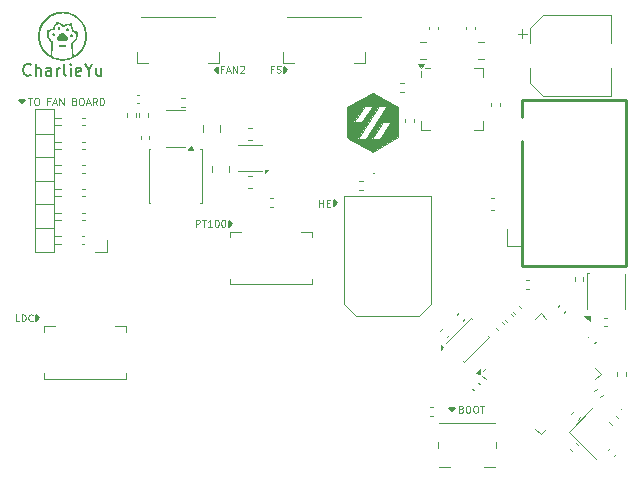
<source format=gbr>
%TF.GenerationSoftware,KiCad,Pcbnew,8.0.3*%
%TF.CreationDate,2024-06-13T13:09:19+08:00*%
%TF.ProjectId,SB-main-board,53422d6d-6169-46e2-9d62-6f6172642e6b,A0*%
%TF.SameCoordinates,Original*%
%TF.FileFunction,Legend,Top*%
%TF.FilePolarity,Positive*%
%FSLAX46Y46*%
G04 Gerber Fmt 4.6, Leading zero omitted, Abs format (unit mm)*
G04 Created by KiCad (PCBNEW 8.0.3) date 2024-06-13 13:09:19*
%MOMM*%
%LPD*%
G01*
G04 APERTURE LIST*
%ADD10C,0.150000*%
%ADD11C,0.100000*%
%ADD12C,0.120000*%
%ADD13C,0.254000*%
%ADD14C,0.020000*%
%ADD15C,0.000000*%
G04 APERTURE END LIST*
D10*
X155164758Y-120941865D02*
X154910758Y-120687865D01*
X155418758Y-120687865D01*
X155164758Y-120941865D01*
G36*
X155164758Y-120941865D02*
G01*
X154910758Y-120687865D01*
X155418758Y-120687865D01*
X155164758Y-120941865D01*
G37*
X136538900Y-105071865D02*
X136284900Y-105325865D01*
X136284900Y-104817865D01*
X136538900Y-105071865D01*
G36*
X136538900Y-105071865D02*
G01*
X136284900Y-105325865D01*
X136284900Y-104817865D01*
X136538900Y-105071865D01*
G37*
X141176900Y-92026865D02*
X140922900Y-92280865D01*
X140922900Y-91772865D01*
X141176900Y-92026865D01*
G36*
X141176900Y-92026865D02*
G01*
X140922900Y-92280865D01*
X140922900Y-91772865D01*
X141176900Y-92026865D01*
G37*
X120228900Y-113076865D02*
X119974900Y-113330865D01*
X119974900Y-112822865D01*
X120228900Y-113076865D01*
G36*
X120228900Y-113076865D02*
G01*
X119974900Y-113330865D01*
X119974900Y-112822865D01*
X120228900Y-113076865D01*
G37*
X135346900Y-92280865D02*
X135092900Y-92026865D01*
X135346900Y-91772865D01*
X135346900Y-92280865D01*
G36*
X135346900Y-92280865D02*
G01*
X135092900Y-92026865D01*
X135346900Y-91772865D01*
X135346900Y-92280865D01*
G37*
X145387900Y-103353865D02*
X145133900Y-103607865D01*
X145133900Y-103099865D01*
X145387900Y-103353865D01*
G36*
X145387900Y-103353865D02*
G01*
X145133900Y-103607865D01*
X145133900Y-103099865D01*
X145387900Y-103353865D01*
G37*
X118766900Y-94873865D02*
X118512900Y-94619865D01*
X119020900Y-94619865D01*
X118766900Y-94873865D01*
G36*
X118766900Y-94873865D02*
G01*
X118512900Y-94619865D01*
X119020900Y-94619865D01*
X118766900Y-94873865D01*
G37*
D11*
X143912540Y-103626236D02*
X143912540Y-103026236D01*
X143912540Y-103311950D02*
X144255397Y-103311950D01*
X144255397Y-103626236D02*
X144255397Y-103026236D01*
X144541111Y-103311950D02*
X144741111Y-103311950D01*
X144826825Y-103626236D02*
X144541111Y-103626236D01*
X144541111Y-103626236D02*
X144541111Y-103026236D01*
X144541111Y-103026236D02*
X144826825Y-103026236D01*
X135806546Y-91984950D02*
X135606546Y-91984950D01*
X135606546Y-92299236D02*
X135606546Y-91699236D01*
X135606546Y-91699236D02*
X135892260Y-91699236D01*
X136092260Y-92127807D02*
X136377975Y-92127807D01*
X136035117Y-92299236D02*
X136235117Y-91699236D01*
X136235117Y-91699236D02*
X136435117Y-92299236D01*
X136635118Y-92299236D02*
X136635118Y-91699236D01*
X136635118Y-91699236D02*
X136977975Y-92299236D01*
X136977975Y-92299236D02*
X136977975Y-91699236D01*
X137235117Y-91756379D02*
X137263689Y-91727807D01*
X137263689Y-91727807D02*
X137320832Y-91699236D01*
X137320832Y-91699236D02*
X137463689Y-91699236D01*
X137463689Y-91699236D02*
X137520832Y-91727807D01*
X137520832Y-91727807D02*
X137549403Y-91756379D01*
X137549403Y-91756379D02*
X137577974Y-91813522D01*
X137577974Y-91813522D02*
X137577974Y-91870665D01*
X137577974Y-91870665D02*
X137549403Y-91956379D01*
X137549403Y-91956379D02*
X137206546Y-92299236D01*
X137206546Y-92299236D02*
X137577974Y-92299236D01*
X119270831Y-94419236D02*
X119613689Y-94419236D01*
X119442260Y-95019236D02*
X119442260Y-94419236D01*
X119927974Y-94419236D02*
X120042260Y-94419236D01*
X120042260Y-94419236D02*
X120099403Y-94447807D01*
X120099403Y-94447807D02*
X120156546Y-94504950D01*
X120156546Y-94504950D02*
X120185117Y-94619236D01*
X120185117Y-94619236D02*
X120185117Y-94819236D01*
X120185117Y-94819236D02*
X120156546Y-94933522D01*
X120156546Y-94933522D02*
X120099403Y-94990665D01*
X120099403Y-94990665D02*
X120042260Y-95019236D01*
X120042260Y-95019236D02*
X119927974Y-95019236D01*
X119927974Y-95019236D02*
X119870832Y-94990665D01*
X119870832Y-94990665D02*
X119813689Y-94933522D01*
X119813689Y-94933522D02*
X119785117Y-94819236D01*
X119785117Y-94819236D02*
X119785117Y-94619236D01*
X119785117Y-94619236D02*
X119813689Y-94504950D01*
X119813689Y-94504950D02*
X119870832Y-94447807D01*
X119870832Y-94447807D02*
X119927974Y-94419236D01*
X121099403Y-94704950D02*
X120899403Y-94704950D01*
X120899403Y-95019236D02*
X120899403Y-94419236D01*
X120899403Y-94419236D02*
X121185117Y-94419236D01*
X121385117Y-94847807D02*
X121670832Y-94847807D01*
X121327974Y-95019236D02*
X121527974Y-94419236D01*
X121527974Y-94419236D02*
X121727974Y-95019236D01*
X121927975Y-95019236D02*
X121927975Y-94419236D01*
X121927975Y-94419236D02*
X122270832Y-95019236D01*
X122270832Y-95019236D02*
X122270832Y-94419236D01*
X123213689Y-94704950D02*
X123299403Y-94733522D01*
X123299403Y-94733522D02*
X123327974Y-94762093D01*
X123327974Y-94762093D02*
X123356546Y-94819236D01*
X123356546Y-94819236D02*
X123356546Y-94904950D01*
X123356546Y-94904950D02*
X123327974Y-94962093D01*
X123327974Y-94962093D02*
X123299403Y-94990665D01*
X123299403Y-94990665D02*
X123242260Y-95019236D01*
X123242260Y-95019236D02*
X123013689Y-95019236D01*
X123013689Y-95019236D02*
X123013689Y-94419236D01*
X123013689Y-94419236D02*
X123213689Y-94419236D01*
X123213689Y-94419236D02*
X123270832Y-94447807D01*
X123270832Y-94447807D02*
X123299403Y-94476379D01*
X123299403Y-94476379D02*
X123327974Y-94533522D01*
X123327974Y-94533522D02*
X123327974Y-94590665D01*
X123327974Y-94590665D02*
X123299403Y-94647807D01*
X123299403Y-94647807D02*
X123270832Y-94676379D01*
X123270832Y-94676379D02*
X123213689Y-94704950D01*
X123213689Y-94704950D02*
X123013689Y-94704950D01*
X123727974Y-94419236D02*
X123842260Y-94419236D01*
X123842260Y-94419236D02*
X123899403Y-94447807D01*
X123899403Y-94447807D02*
X123956546Y-94504950D01*
X123956546Y-94504950D02*
X123985117Y-94619236D01*
X123985117Y-94619236D02*
X123985117Y-94819236D01*
X123985117Y-94819236D02*
X123956546Y-94933522D01*
X123956546Y-94933522D02*
X123899403Y-94990665D01*
X123899403Y-94990665D02*
X123842260Y-95019236D01*
X123842260Y-95019236D02*
X123727974Y-95019236D01*
X123727974Y-95019236D02*
X123670832Y-94990665D01*
X123670832Y-94990665D02*
X123613689Y-94933522D01*
X123613689Y-94933522D02*
X123585117Y-94819236D01*
X123585117Y-94819236D02*
X123585117Y-94619236D01*
X123585117Y-94619236D02*
X123613689Y-94504950D01*
X123613689Y-94504950D02*
X123670832Y-94447807D01*
X123670832Y-94447807D02*
X123727974Y-94419236D01*
X124213688Y-94847807D02*
X124499403Y-94847807D01*
X124156545Y-95019236D02*
X124356545Y-94419236D01*
X124356545Y-94419236D02*
X124556545Y-95019236D01*
X125099403Y-95019236D02*
X124899403Y-94733522D01*
X124756546Y-95019236D02*
X124756546Y-94419236D01*
X124756546Y-94419236D02*
X124985117Y-94419236D01*
X124985117Y-94419236D02*
X125042260Y-94447807D01*
X125042260Y-94447807D02*
X125070831Y-94476379D01*
X125070831Y-94476379D02*
X125099403Y-94533522D01*
X125099403Y-94533522D02*
X125099403Y-94619236D01*
X125099403Y-94619236D02*
X125070831Y-94676379D01*
X125070831Y-94676379D02*
X125042260Y-94704950D01*
X125042260Y-94704950D02*
X124985117Y-94733522D01*
X124985117Y-94733522D02*
X124756546Y-94733522D01*
X125356546Y-95019236D02*
X125356546Y-94419236D01*
X125356546Y-94419236D02*
X125499403Y-94419236D01*
X125499403Y-94419236D02*
X125585117Y-94447807D01*
X125585117Y-94447807D02*
X125642260Y-94504950D01*
X125642260Y-94504950D02*
X125670831Y-94562093D01*
X125670831Y-94562093D02*
X125699403Y-94676379D01*
X125699403Y-94676379D02*
X125699403Y-94762093D01*
X125699403Y-94762093D02*
X125670831Y-94876379D01*
X125670831Y-94876379D02*
X125642260Y-94933522D01*
X125642260Y-94933522D02*
X125585117Y-94990665D01*
X125585117Y-94990665D02*
X125499403Y-95019236D01*
X125499403Y-95019236D02*
X125356546Y-95019236D01*
X140039253Y-91984950D02*
X139839253Y-91984950D01*
X139839253Y-92299236D02*
X139839253Y-91699236D01*
X139839253Y-91699236D02*
X140124967Y-91699236D01*
X140324967Y-92270665D02*
X140410682Y-92299236D01*
X140410682Y-92299236D02*
X140553539Y-92299236D01*
X140553539Y-92299236D02*
X140610682Y-92270665D01*
X140610682Y-92270665D02*
X140639253Y-92242093D01*
X140639253Y-92242093D02*
X140667824Y-92184950D01*
X140667824Y-92184950D02*
X140667824Y-92127807D01*
X140667824Y-92127807D02*
X140639253Y-92070665D01*
X140639253Y-92070665D02*
X140610682Y-92042093D01*
X140610682Y-92042093D02*
X140553539Y-92013522D01*
X140553539Y-92013522D02*
X140439253Y-91984950D01*
X140439253Y-91984950D02*
X140382110Y-91956379D01*
X140382110Y-91956379D02*
X140353539Y-91927807D01*
X140353539Y-91927807D02*
X140324967Y-91870665D01*
X140324967Y-91870665D02*
X140324967Y-91813522D01*
X140324967Y-91813522D02*
X140353539Y-91756379D01*
X140353539Y-91756379D02*
X140382110Y-91727807D01*
X140382110Y-91727807D02*
X140439253Y-91699236D01*
X140439253Y-91699236D02*
X140582110Y-91699236D01*
X140582110Y-91699236D02*
X140667824Y-91727807D01*
X133463538Y-105344236D02*
X133463538Y-104744236D01*
X133463538Y-104744236D02*
X133692109Y-104744236D01*
X133692109Y-104744236D02*
X133749252Y-104772807D01*
X133749252Y-104772807D02*
X133777823Y-104801379D01*
X133777823Y-104801379D02*
X133806395Y-104858522D01*
X133806395Y-104858522D02*
X133806395Y-104944236D01*
X133806395Y-104944236D02*
X133777823Y-105001379D01*
X133777823Y-105001379D02*
X133749252Y-105029950D01*
X133749252Y-105029950D02*
X133692109Y-105058522D01*
X133692109Y-105058522D02*
X133463538Y-105058522D01*
X133977823Y-104744236D02*
X134320681Y-104744236D01*
X134149252Y-105344236D02*
X134149252Y-104744236D01*
X134834966Y-105344236D02*
X134492109Y-105344236D01*
X134663538Y-105344236D02*
X134663538Y-104744236D01*
X134663538Y-104744236D02*
X134606395Y-104829950D01*
X134606395Y-104829950D02*
X134549252Y-104887093D01*
X134549252Y-104887093D02*
X134492109Y-104915665D01*
X135206395Y-104744236D02*
X135263538Y-104744236D01*
X135263538Y-104744236D02*
X135320681Y-104772807D01*
X135320681Y-104772807D02*
X135349253Y-104801379D01*
X135349253Y-104801379D02*
X135377824Y-104858522D01*
X135377824Y-104858522D02*
X135406395Y-104972807D01*
X135406395Y-104972807D02*
X135406395Y-105115665D01*
X135406395Y-105115665D02*
X135377824Y-105229950D01*
X135377824Y-105229950D02*
X135349253Y-105287093D01*
X135349253Y-105287093D02*
X135320681Y-105315665D01*
X135320681Y-105315665D02*
X135263538Y-105344236D01*
X135263538Y-105344236D02*
X135206395Y-105344236D01*
X135206395Y-105344236D02*
X135149253Y-105315665D01*
X135149253Y-105315665D02*
X135120681Y-105287093D01*
X135120681Y-105287093D02*
X135092110Y-105229950D01*
X135092110Y-105229950D02*
X135063538Y-105115665D01*
X135063538Y-105115665D02*
X135063538Y-104972807D01*
X135063538Y-104972807D02*
X135092110Y-104858522D01*
X135092110Y-104858522D02*
X135120681Y-104801379D01*
X135120681Y-104801379D02*
X135149253Y-104772807D01*
X135149253Y-104772807D02*
X135206395Y-104744236D01*
X135777824Y-104744236D02*
X135834967Y-104744236D01*
X135834967Y-104744236D02*
X135892110Y-104772807D01*
X135892110Y-104772807D02*
X135920682Y-104801379D01*
X135920682Y-104801379D02*
X135949253Y-104858522D01*
X135949253Y-104858522D02*
X135977824Y-104972807D01*
X135977824Y-104972807D02*
X135977824Y-105115665D01*
X135977824Y-105115665D02*
X135949253Y-105229950D01*
X135949253Y-105229950D02*
X135920682Y-105287093D01*
X135920682Y-105287093D02*
X135892110Y-105315665D01*
X135892110Y-105315665D02*
X135834967Y-105344236D01*
X135834967Y-105344236D02*
X135777824Y-105344236D01*
X135777824Y-105344236D02*
X135720682Y-105315665D01*
X135720682Y-105315665D02*
X135692110Y-105287093D01*
X135692110Y-105287093D02*
X135663539Y-105229950D01*
X135663539Y-105229950D02*
X135634967Y-105115665D01*
X135634967Y-105115665D02*
X135634967Y-104972807D01*
X135634967Y-104972807D02*
X135663539Y-104858522D01*
X135663539Y-104858522D02*
X135692110Y-104801379D01*
X135692110Y-104801379D02*
X135720682Y-104772807D01*
X135720682Y-104772807D02*
X135777824Y-104744236D01*
X155954404Y-120772950D02*
X156040118Y-120801522D01*
X156040118Y-120801522D02*
X156068689Y-120830093D01*
X156068689Y-120830093D02*
X156097261Y-120887236D01*
X156097261Y-120887236D02*
X156097261Y-120972950D01*
X156097261Y-120972950D02*
X156068689Y-121030093D01*
X156068689Y-121030093D02*
X156040118Y-121058665D01*
X156040118Y-121058665D02*
X155982975Y-121087236D01*
X155982975Y-121087236D02*
X155754404Y-121087236D01*
X155754404Y-121087236D02*
X155754404Y-120487236D01*
X155754404Y-120487236D02*
X155954404Y-120487236D01*
X155954404Y-120487236D02*
X156011547Y-120515807D01*
X156011547Y-120515807D02*
X156040118Y-120544379D01*
X156040118Y-120544379D02*
X156068689Y-120601522D01*
X156068689Y-120601522D02*
X156068689Y-120658665D01*
X156068689Y-120658665D02*
X156040118Y-120715807D01*
X156040118Y-120715807D02*
X156011547Y-120744379D01*
X156011547Y-120744379D02*
X155954404Y-120772950D01*
X155954404Y-120772950D02*
X155754404Y-120772950D01*
X156468689Y-120487236D02*
X156582975Y-120487236D01*
X156582975Y-120487236D02*
X156640118Y-120515807D01*
X156640118Y-120515807D02*
X156697261Y-120572950D01*
X156697261Y-120572950D02*
X156725832Y-120687236D01*
X156725832Y-120687236D02*
X156725832Y-120887236D01*
X156725832Y-120887236D02*
X156697261Y-121001522D01*
X156697261Y-121001522D02*
X156640118Y-121058665D01*
X156640118Y-121058665D02*
X156582975Y-121087236D01*
X156582975Y-121087236D02*
X156468689Y-121087236D01*
X156468689Y-121087236D02*
X156411547Y-121058665D01*
X156411547Y-121058665D02*
X156354404Y-121001522D01*
X156354404Y-121001522D02*
X156325832Y-120887236D01*
X156325832Y-120887236D02*
X156325832Y-120687236D01*
X156325832Y-120687236D02*
X156354404Y-120572950D01*
X156354404Y-120572950D02*
X156411547Y-120515807D01*
X156411547Y-120515807D02*
X156468689Y-120487236D01*
X157097260Y-120487236D02*
X157211546Y-120487236D01*
X157211546Y-120487236D02*
X157268689Y-120515807D01*
X157268689Y-120515807D02*
X157325832Y-120572950D01*
X157325832Y-120572950D02*
X157354403Y-120687236D01*
X157354403Y-120687236D02*
X157354403Y-120887236D01*
X157354403Y-120887236D02*
X157325832Y-121001522D01*
X157325832Y-121001522D02*
X157268689Y-121058665D01*
X157268689Y-121058665D02*
X157211546Y-121087236D01*
X157211546Y-121087236D02*
X157097260Y-121087236D01*
X157097260Y-121087236D02*
X157040118Y-121058665D01*
X157040118Y-121058665D02*
X156982975Y-121001522D01*
X156982975Y-121001522D02*
X156954403Y-120887236D01*
X156954403Y-120887236D02*
X156954403Y-120687236D01*
X156954403Y-120687236D02*
X156982975Y-120572950D01*
X156982975Y-120572950D02*
X157040118Y-120515807D01*
X157040118Y-120515807D02*
X157097260Y-120487236D01*
X157525831Y-120487236D02*
X157868689Y-120487236D01*
X157697260Y-121087236D02*
X157697260Y-120487236D01*
X118524968Y-113349236D02*
X118239254Y-113349236D01*
X118239254Y-113349236D02*
X118239254Y-112749236D01*
X118724968Y-113349236D02*
X118724968Y-112749236D01*
X118724968Y-112749236D02*
X118867825Y-112749236D01*
X118867825Y-112749236D02*
X118953539Y-112777807D01*
X118953539Y-112777807D02*
X119010682Y-112834950D01*
X119010682Y-112834950D02*
X119039253Y-112892093D01*
X119039253Y-112892093D02*
X119067825Y-113006379D01*
X119067825Y-113006379D02*
X119067825Y-113092093D01*
X119067825Y-113092093D02*
X119039253Y-113206379D01*
X119039253Y-113206379D02*
X119010682Y-113263522D01*
X119010682Y-113263522D02*
X118953539Y-113320665D01*
X118953539Y-113320665D02*
X118867825Y-113349236D01*
X118867825Y-113349236D02*
X118724968Y-113349236D01*
X119667825Y-113292093D02*
X119639253Y-113320665D01*
X119639253Y-113320665D02*
X119553539Y-113349236D01*
X119553539Y-113349236D02*
X119496396Y-113349236D01*
X119496396Y-113349236D02*
X119410682Y-113320665D01*
X119410682Y-113320665D02*
X119353539Y-113263522D01*
X119353539Y-113263522D02*
X119324968Y-113206379D01*
X119324968Y-113206379D02*
X119296396Y-113092093D01*
X119296396Y-113092093D02*
X119296396Y-113006379D01*
X119296396Y-113006379D02*
X119324968Y-112892093D01*
X119324968Y-112892093D02*
X119353539Y-112834950D01*
X119353539Y-112834950D02*
X119410682Y-112777807D01*
X119410682Y-112777807D02*
X119496396Y-112749236D01*
X119496396Y-112749236D02*
X119553539Y-112749236D01*
X119553539Y-112749236D02*
X119639253Y-112777807D01*
X119639253Y-112777807D02*
X119667825Y-112806379D01*
D10*
X119483613Y-92451445D02*
X119435994Y-92499065D01*
X119435994Y-92499065D02*
X119293137Y-92546684D01*
X119293137Y-92546684D02*
X119197899Y-92546684D01*
X119197899Y-92546684D02*
X119055042Y-92499065D01*
X119055042Y-92499065D02*
X118959804Y-92403826D01*
X118959804Y-92403826D02*
X118912185Y-92308588D01*
X118912185Y-92308588D02*
X118864566Y-92118112D01*
X118864566Y-92118112D02*
X118864566Y-91975255D01*
X118864566Y-91975255D02*
X118912185Y-91784779D01*
X118912185Y-91784779D02*
X118959804Y-91689541D01*
X118959804Y-91689541D02*
X119055042Y-91594303D01*
X119055042Y-91594303D02*
X119197899Y-91546684D01*
X119197899Y-91546684D02*
X119293137Y-91546684D01*
X119293137Y-91546684D02*
X119435994Y-91594303D01*
X119435994Y-91594303D02*
X119483613Y-91641922D01*
X119912185Y-92546684D02*
X119912185Y-91546684D01*
X120340756Y-92546684D02*
X120340756Y-92022874D01*
X120340756Y-92022874D02*
X120293137Y-91927636D01*
X120293137Y-91927636D02*
X120197899Y-91880017D01*
X120197899Y-91880017D02*
X120055042Y-91880017D01*
X120055042Y-91880017D02*
X119959804Y-91927636D01*
X119959804Y-91927636D02*
X119912185Y-91975255D01*
X121245518Y-92546684D02*
X121245518Y-92022874D01*
X121245518Y-92022874D02*
X121197899Y-91927636D01*
X121197899Y-91927636D02*
X121102661Y-91880017D01*
X121102661Y-91880017D02*
X120912185Y-91880017D01*
X120912185Y-91880017D02*
X120816947Y-91927636D01*
X121245518Y-92499065D02*
X121150280Y-92546684D01*
X121150280Y-92546684D02*
X120912185Y-92546684D01*
X120912185Y-92546684D02*
X120816947Y-92499065D01*
X120816947Y-92499065D02*
X120769328Y-92403826D01*
X120769328Y-92403826D02*
X120769328Y-92308588D01*
X120769328Y-92308588D02*
X120816947Y-92213350D01*
X120816947Y-92213350D02*
X120912185Y-92165731D01*
X120912185Y-92165731D02*
X121150280Y-92165731D01*
X121150280Y-92165731D02*
X121245518Y-92118112D01*
X121721709Y-92546684D02*
X121721709Y-91880017D01*
X121721709Y-92070493D02*
X121769328Y-91975255D01*
X121769328Y-91975255D02*
X121816947Y-91927636D01*
X121816947Y-91927636D02*
X121912185Y-91880017D01*
X121912185Y-91880017D02*
X122007423Y-91880017D01*
X122483614Y-92546684D02*
X122388376Y-92499065D01*
X122388376Y-92499065D02*
X122340757Y-92403826D01*
X122340757Y-92403826D02*
X122340757Y-91546684D01*
X122864567Y-92546684D02*
X122864567Y-91880017D01*
X122864567Y-91546684D02*
X122816948Y-91594303D01*
X122816948Y-91594303D02*
X122864567Y-91641922D01*
X122864567Y-91641922D02*
X122912186Y-91594303D01*
X122912186Y-91594303D02*
X122864567Y-91546684D01*
X122864567Y-91546684D02*
X122864567Y-91641922D01*
X123721709Y-92499065D02*
X123626471Y-92546684D01*
X123626471Y-92546684D02*
X123435995Y-92546684D01*
X123435995Y-92546684D02*
X123340757Y-92499065D01*
X123340757Y-92499065D02*
X123293138Y-92403826D01*
X123293138Y-92403826D02*
X123293138Y-92022874D01*
X123293138Y-92022874D02*
X123340757Y-91927636D01*
X123340757Y-91927636D02*
X123435995Y-91880017D01*
X123435995Y-91880017D02*
X123626471Y-91880017D01*
X123626471Y-91880017D02*
X123721709Y-91927636D01*
X123721709Y-91927636D02*
X123769328Y-92022874D01*
X123769328Y-92022874D02*
X123769328Y-92118112D01*
X123769328Y-92118112D02*
X123293138Y-92213350D01*
X124388376Y-92070493D02*
X124388376Y-92546684D01*
X124055043Y-91546684D02*
X124388376Y-92070493D01*
X124388376Y-92070493D02*
X124721709Y-91546684D01*
X125483614Y-91880017D02*
X125483614Y-92546684D01*
X125055043Y-91880017D02*
X125055043Y-92403826D01*
X125055043Y-92403826D02*
X125102662Y-92499065D01*
X125102662Y-92499065D02*
X125197900Y-92546684D01*
X125197900Y-92546684D02*
X125340757Y-92546684D01*
X125340757Y-92546684D02*
X125435995Y-92499065D01*
X125435995Y-92499065D02*
X125483614Y-92451445D01*
D12*
%TO.C,SW1*%
X153987900Y-123539865D02*
X153987900Y-124089865D01*
X154087900Y-121964865D02*
X158787900Y-121964865D01*
X154087900Y-125664865D02*
X155012900Y-125664865D01*
X157862900Y-125664865D02*
X158787900Y-125664865D01*
X158887900Y-123539865D02*
X158887900Y-124089865D01*
%TO.C,J7*%
X120628900Y-113766865D02*
X121578900Y-113766865D01*
X120628900Y-114216865D02*
X120628900Y-113766865D01*
X120628900Y-117736865D02*
X120628900Y-118186865D01*
X120628900Y-118186865D02*
X127598900Y-118186865D01*
X127598900Y-113766865D02*
X126648900Y-113766865D01*
X127598900Y-114216865D02*
X127598900Y-113766865D01*
X127598900Y-118186865D02*
X127598900Y-117736865D01*
%TO.C,C37*%
X128701736Y-94136865D02*
X128486064Y-94136865D01*
X128701736Y-94856865D02*
X128486064Y-94856865D01*
%TO.C,R14*%
X150781651Y-93144866D02*
X151088933Y-93144866D01*
X150781651Y-93904866D02*
X151088933Y-93904866D01*
%TO.C,C36*%
X138191980Y-101026865D02*
X137910820Y-101026865D01*
X138191980Y-102046865D02*
X137910820Y-102046865D01*
%TO.C,R2*%
X154403047Y-113937318D02*
X154185766Y-114154599D01*
X154940448Y-114474719D02*
X154723167Y-114692000D01*
%TO.C,J4*%
X136377900Y-105761865D02*
X137327900Y-105761865D01*
X136377900Y-106211865D02*
X136377900Y-105761865D01*
X136377900Y-109731865D02*
X136377900Y-110181865D01*
X136377900Y-110181865D02*
X143347900Y-110181865D01*
X143347900Y-105761865D02*
X142397900Y-105761865D01*
X143347900Y-106211865D02*
X143347900Y-105761865D01*
X143347900Y-110181865D02*
X143347900Y-109731865D01*
%TO.C,C17*%
X134848900Y-100698117D02*
X134848900Y-100175613D01*
X136318900Y-100698117D02*
X136318900Y-100175613D01*
%TO.C,R6*%
X169122900Y-117651224D02*
X169122900Y-117958506D01*
X169882900Y-117651224D02*
X169882900Y-117958506D01*
D13*
%TO.C,J1*%
X161110400Y-94620165D02*
X161110400Y-96042165D01*
X161110400Y-94620165D02*
X169911400Y-94620165D01*
X161110400Y-98816165D02*
X161110400Y-98066165D01*
X161110400Y-98816165D02*
X161110400Y-108609165D01*
X169911400Y-94620165D02*
X169911400Y-108620165D01*
X169911400Y-108620165D02*
X161110400Y-108620165D01*
D12*
%TO.C,C21*%
X158505292Y-95112702D02*
X158505292Y-94897030D01*
X159225292Y-95112702D02*
X159225292Y-94897030D01*
D11*
%TO.C,U2*%
X156129347Y-116702632D02*
X156200057Y-116773343D01*
X156200057Y-116773343D02*
X158321378Y-114652022D01*
X156765743Y-113096387D02*
X154644422Y-115217708D01*
X156836453Y-113167098D02*
X156765743Y-113096387D01*
X158250667Y-114581312D02*
X158321378Y-114652022D01*
D12*
X154398066Y-115534774D02*
X154200076Y-115732764D01*
X154200076Y-115336784D01*
X154398066Y-115534774D01*
G36*
X154398066Y-115534774D02*
G01*
X154200076Y-115732764D01*
X154200076Y-115336784D01*
X154398066Y-115534774D01*
G37*
%TO.C,C11*%
X157040217Y-119196666D02*
X156887714Y-119044163D01*
X157549334Y-118687549D02*
X157396831Y-118535046D01*
%TO.C,C3*%
X168558113Y-124080869D02*
X168405610Y-124233372D01*
X169067230Y-124589986D02*
X168914727Y-124742489D01*
%TO.C,C2*%
X165167528Y-124170653D02*
X165320031Y-124323156D01*
X165676645Y-123661536D02*
X165829148Y-123814039D01*
%TO.C,C10*%
X166649879Y-114695374D02*
X166802382Y-114542871D01*
X167158996Y-115204491D02*
X167311499Y-115051988D01*
%TO.C,C7*%
X164104295Y-112149790D02*
X164256798Y-111997287D01*
X164613412Y-112658907D02*
X164765915Y-112506404D01*
%TO.C,U6*%
X152555292Y-92639866D02*
X152555292Y-92154866D01*
X152555292Y-97134866D02*
X152555292Y-96409866D01*
X153280292Y-91914866D02*
X152855292Y-91914866D01*
X153280292Y-97134866D02*
X152555292Y-97134866D01*
X157050292Y-91914866D02*
X157775292Y-91914866D01*
X157050292Y-97134866D02*
X157775292Y-97134866D01*
X157775292Y-91914866D02*
X157775292Y-92639866D01*
X157775292Y-97134866D02*
X157775292Y-96409866D01*
X152555292Y-91914866D02*
X152315292Y-91584866D01*
X152795292Y-91584866D01*
X152555292Y-91914866D01*
G36*
X152555292Y-91914866D02*
G01*
X152315292Y-91584866D01*
X152795292Y-91584866D01*
X152555292Y-91914866D01*
G37*
%TO.C,R3*%
X153269259Y-120604865D02*
X153576541Y-120604865D01*
X153269259Y-121364865D02*
X153576541Y-121364865D01*
D14*
%TO.C,REF\u002A\u002A*%
X150618713Y-95235886D02*
X150618713Y-97756043D01*
X148435900Y-99016121D01*
X146441806Y-97864985D01*
X147206977Y-97864985D01*
X147865194Y-97864985D01*
X148420422Y-97864985D01*
X149078838Y-97864985D01*
X149979347Y-96494973D01*
X149320932Y-96494973D01*
X148420422Y-97864985D01*
X147865194Y-97864985D01*
X149666609Y-95124563D01*
X149008194Y-95124563D01*
X147206977Y-97864985D01*
X146441806Y-97864985D01*
X146253088Y-97756043D01*
X146253088Y-96496257D01*
X146894437Y-96496257D01*
X147552655Y-96496559D01*
X148453363Y-95126547D01*
X147794947Y-95126547D01*
X146894437Y-96496257D01*
X146253088Y-96496257D01*
X146253088Y-96495964D01*
X146253088Y-95235886D01*
X148435900Y-93975610D01*
X150618713Y-95235886D01*
G36*
X150618713Y-95235886D02*
G01*
X150618713Y-97756043D01*
X148435900Y-99016121D01*
X146441806Y-97864985D01*
X147206977Y-97864985D01*
X147865194Y-97864985D01*
X148420422Y-97864985D01*
X149078838Y-97864985D01*
X149979347Y-96494973D01*
X149320932Y-96494973D01*
X148420422Y-97864985D01*
X147865194Y-97864985D01*
X149666609Y-95124563D01*
X149008194Y-95124563D01*
X147206977Y-97864985D01*
X146441806Y-97864985D01*
X146253088Y-97756043D01*
X146253088Y-96496257D01*
X146894437Y-96496257D01*
X147552655Y-96496559D01*
X148453363Y-95126547D01*
X147794947Y-95126547D01*
X146894437Y-96496257D01*
X146253088Y-96496257D01*
X146253088Y-96495964D01*
X146253088Y-95235886D01*
X148435900Y-93975610D01*
X150618713Y-95235886D01*
G37*
D12*
%TO.C,FB1*%
X158758071Y-102874865D02*
X158432513Y-102874865D01*
X158758071Y-103894865D02*
X158432513Y-103894865D01*
%TO.C,C6*%
X159798601Y-113394779D02*
X159646098Y-113242276D01*
X160307718Y-112885662D02*
X160155215Y-112733159D01*
%TO.C,L1*%
X129474399Y-98775366D02*
X129474399Y-103295366D01*
X129474399Y-98775366D02*
X129624399Y-98775366D01*
X129474399Y-103295366D02*
X129624399Y-103295366D01*
X133994399Y-98775366D02*
X133844399Y-98775366D01*
X133994399Y-98775366D02*
X133994399Y-103295366D01*
X133994399Y-103295366D02*
X133844399Y-103295366D01*
%TO.C,Y1*%
X165030344Y-122685502D02*
X167363797Y-125018955D01*
X167010243Y-120705603D02*
X165030344Y-122685502D01*
%TO.C,C34*%
X161426064Y-109846865D02*
X161641736Y-109846865D01*
X161426064Y-110566865D02*
X161641736Y-110566865D01*
%TO.C,R5*%
X168694429Y-122088340D02*
X168477148Y-121871059D01*
X169231830Y-121550939D02*
X169014549Y-121333658D01*
%TO.C,C33*%
X139970736Y-102911865D02*
X139755064Y-102911865D01*
X139970736Y-103631865D02*
X139755064Y-103631865D01*
%TO.C,U11*%
X139051400Y-98411865D02*
X137051400Y-98411865D01*
X139051400Y-100631865D02*
X137051400Y-100631865D01*
X139291400Y-100811865D02*
X139291400Y-100531865D01*
X139571400Y-100531865D01*
X139291400Y-100811865D01*
G36*
X139291400Y-100811865D02*
G01*
X139291400Y-100531865D01*
X139571400Y-100531865D01*
X139291400Y-100811865D01*
G37*
%TO.C,C20*%
X151205292Y-96462701D02*
X151205292Y-96247029D01*
X151925292Y-96462701D02*
X151925292Y-96247029D01*
%TO.C,C22*%
X160735400Y-88987365D02*
X161522900Y-88987365D01*
X161129150Y-88593615D02*
X161129150Y-89381115D01*
X161762900Y-88489302D02*
X161762900Y-89774865D01*
X161762900Y-88489302D02*
X162827337Y-87424865D01*
X161762900Y-93180428D02*
X161762900Y-91894865D01*
X161762900Y-93180428D02*
X162827337Y-94244865D01*
X162827337Y-87424865D02*
X168582900Y-87424865D01*
X162827337Y-94244865D02*
X168582900Y-94244865D01*
X168582900Y-87424865D02*
X168582900Y-89774865D01*
X168582900Y-94244865D02*
X168582900Y-91894865D01*
%TO.C,C13*%
X160484401Y-112708979D02*
X160331898Y-112556476D01*
X160993518Y-112199862D02*
X160841015Y-112047359D01*
%TO.C,C16*%
X134078900Y-96755612D02*
X134078900Y-97278116D01*
X135548900Y-96755612D02*
X135548900Y-97278116D01*
%TO.C,R18*%
X147325259Y-101466865D02*
X147632541Y-101466865D01*
X147325259Y-102226865D02*
X147632541Y-102226865D01*
%TO.C,U1*%
X158019600Y-117315246D02*
X157772113Y-117562733D01*
X158019600Y-118234484D02*
X157729687Y-117944571D01*
X162205673Y-113129173D02*
X162665292Y-112669554D01*
X162665292Y-112669554D02*
X163124911Y-113129173D01*
X162665292Y-122880176D02*
X162205673Y-122420557D01*
X163124911Y-122420557D02*
X162665292Y-122880176D01*
X167310984Y-118234484D02*
X167770603Y-117774865D01*
X167770603Y-117774865D02*
X167310984Y-117315246D01*
X157559981Y-117774865D02*
X157156930Y-117711225D01*
X157496341Y-117371814D01*
X157559981Y-117774865D01*
G36*
X157559981Y-117774865D02*
G01*
X157156930Y-117711225D01*
X157496341Y-117371814D01*
X157559981Y-117774865D01*
G37*
%TO.C,R12*%
X127653900Y-95743224D02*
X127653900Y-96050506D01*
X128413900Y-95743224D02*
X128413900Y-96050506D01*
%TO.C,J5*%
X145997900Y-102739165D02*
X153367900Y-102739165D01*
X145997900Y-111869165D02*
X145997900Y-102739165D01*
X146997900Y-112869165D02*
X145997900Y-111869165D01*
X152367900Y-112869165D02*
X146997900Y-112869165D01*
X153367900Y-102739165D02*
X153367900Y-111869165D01*
X153367900Y-111869165D02*
X152367900Y-112869165D01*
%TO.C,C35*%
X137910820Y-96996865D02*
X138191980Y-96996865D01*
X137910820Y-98016865D02*
X138191980Y-98016865D01*
%TO.C,J8*%
X140836900Y-90540865D02*
X140836900Y-91490865D01*
X140836900Y-91490865D02*
X141786900Y-91490865D01*
X147436900Y-87570865D02*
X141206900Y-87570865D01*
X147806900Y-90540865D02*
X147806900Y-91490865D01*
X147806900Y-91490865D02*
X146856900Y-91490865D01*
%TO.C,C12*%
X159075593Y-114077675D02*
X158923090Y-113925172D01*
X159584710Y-113568558D02*
X159432207Y-113416055D01*
%TO.C,R16*%
X152929856Y-89689865D02*
X152475728Y-89689865D01*
X152929856Y-91159865D02*
X152475728Y-91159865D01*
D15*
%TO.C,RFF\u002A\u002A*%
G36*
X121506225Y-88956201D02*
G01*
X121543243Y-88981064D01*
X121572348Y-89015007D01*
X121587676Y-89048271D01*
X121592318Y-89089736D01*
X121582732Y-89128133D01*
X121561456Y-89160650D01*
X121531029Y-89184475D01*
X121493989Y-89196796D01*
X121454972Y-89195280D01*
X121405736Y-89177083D01*
X121367949Y-89147227D01*
X121342949Y-89107011D01*
X121334662Y-89078554D01*
X121335211Y-89038780D01*
X121349814Y-89000924D01*
X121375624Y-88969276D01*
X121409790Y-88948125D01*
X121424181Y-88943774D01*
X121465227Y-88942934D01*
X121506225Y-88956201D01*
G37*
G36*
X121939927Y-88454990D02*
G01*
X121951788Y-88461045D01*
X121982647Y-88489224D01*
X122003593Y-88527554D01*
X122013537Y-88571574D01*
X122011391Y-88616824D01*
X121998801Y-88653804D01*
X121972338Y-88688487D01*
X121937052Y-88710034D01*
X121896077Y-88717490D01*
X121852544Y-88709903D01*
X121836541Y-88703154D01*
X121804642Y-88678810D01*
X121782510Y-88644536D01*
X121770333Y-88604186D01*
X121768298Y-88561609D01*
X121776595Y-88520656D01*
X121795412Y-88485178D01*
X121824613Y-88459214D01*
X121860327Y-88446923D01*
X121901341Y-88445552D01*
X121939927Y-88454990D01*
G37*
G36*
X122645359Y-88539513D02*
G01*
X122676171Y-88557399D01*
X122699453Y-88584904D01*
X122712286Y-88621612D01*
X122713876Y-88642007D01*
X122707754Y-88693116D01*
X122688803Y-88733993D01*
X122658945Y-88764501D01*
X122621036Y-88784388D01*
X122578493Y-88792336D01*
X122537329Y-88787634D01*
X122520312Y-88780925D01*
X122493020Y-88758019D01*
X122474835Y-88724336D01*
X122466735Y-88684108D01*
X122469697Y-88641566D01*
X122480609Y-88608874D01*
X122505247Y-88572446D01*
X122536962Y-88547711D01*
X122572834Y-88534254D01*
X122609940Y-88531659D01*
X122645359Y-88539513D01*
G37*
G36*
X122979717Y-89037271D02*
G01*
X123019980Y-89049668D01*
X123021935Y-89050688D01*
X123046679Y-89072821D01*
X123063528Y-89105474D01*
X123071434Y-89143530D01*
X123069346Y-89181870D01*
X123056214Y-89215377D01*
X123055838Y-89215955D01*
X123023288Y-89252226D01*
X122983354Y-89276282D01*
X122939610Y-89286881D01*
X122895633Y-89282783D01*
X122879584Y-89277106D01*
X122844262Y-89253308D01*
X122821064Y-89219972D01*
X122811486Y-89180778D01*
X122817023Y-89139406D01*
X122820198Y-89130900D01*
X122839425Y-89094312D01*
X122864304Y-89068275D01*
X122896768Y-89048400D01*
X122936098Y-89036802D01*
X122979717Y-89037271D01*
G37*
G36*
X122467237Y-89952027D02*
G01*
X122491632Y-89967498D01*
X122509937Y-89991175D01*
X122517555Y-90018770D01*
X122517573Y-90020122D01*
X122512280Y-90048666D01*
X122495268Y-90071133D01*
X122464834Y-90088918D01*
X122419277Y-90103413D01*
X122414407Y-90104596D01*
X122370904Y-90112185D01*
X122315073Y-90117833D01*
X122251553Y-90121442D01*
X122184986Y-90122916D01*
X122120013Y-90122157D01*
X122061276Y-90119069D01*
X122013415Y-90113554D01*
X122010421Y-90113045D01*
X121962868Y-90102656D01*
X121929996Y-90089870D01*
X121909430Y-90073028D01*
X121898796Y-90050469D01*
X121896169Y-90033157D01*
X121896807Y-90006391D01*
X121905725Y-89986938D01*
X121916052Y-89975332D01*
X121926039Y-89965774D01*
X121935509Y-89959672D01*
X121947669Y-89956944D01*
X121965724Y-89957507D01*
X121992879Y-89961277D01*
X122032342Y-89968172D01*
X122052418Y-89971810D01*
X122097199Y-89977142D01*
X122152904Y-89979650D01*
X122213640Y-89979433D01*
X122273513Y-89976587D01*
X122326630Y-89971209D01*
X122352524Y-89966865D01*
X122387372Y-89959774D01*
X122418240Y-89953577D01*
X122439245Y-89949452D01*
X122441354Y-89949052D01*
X122467237Y-89952027D01*
G37*
G36*
X122274711Y-88964451D02*
G01*
X122338657Y-88992187D01*
X122340592Y-88993320D01*
X122369490Y-89013196D01*
X122405974Y-89042404D01*
X122446711Y-89077829D01*
X122488370Y-89116360D01*
X122527617Y-89154883D01*
X122561119Y-89190286D01*
X122585545Y-89219456D01*
X122591165Y-89227364D01*
X122618266Y-89281148D01*
X122628871Y-89336794D01*
X122623116Y-89395712D01*
X122611243Y-89434905D01*
X122580488Y-89494069D01*
X122537054Y-89542182D01*
X122481907Y-89578451D01*
X122416010Y-89602082D01*
X122404875Y-89604567D01*
X122380493Y-89608734D01*
X122357745Y-89609964D01*
X122331772Y-89607950D01*
X122297716Y-89602390D01*
X122264048Y-89595729D01*
X122221542Y-89587393D01*
X122190287Y-89582675D01*
X122164913Y-89581305D01*
X122140050Y-89583018D01*
X122110326Y-89587546D01*
X122107895Y-89587967D01*
X122057669Y-89596558D01*
X122020698Y-89602365D01*
X121993448Y-89605691D01*
X121972385Y-89606841D01*
X121953976Y-89606116D01*
X121934687Y-89603820D01*
X121930396Y-89603197D01*
X121892757Y-89595568D01*
X121861491Y-89583333D01*
X121830636Y-89563505D01*
X121799046Y-89537361D01*
X121757947Y-89491881D01*
X121727592Y-89439034D01*
X121710145Y-89383274D01*
X121706753Y-89347526D01*
X121709492Y-89309022D01*
X121718656Y-89273204D01*
X121735667Y-89237946D01*
X121761944Y-89201121D01*
X121798909Y-89160605D01*
X121847982Y-89114271D01*
X121883466Y-89083106D01*
X121924703Y-89047896D01*
X121956415Y-89021975D01*
X121981805Y-89003254D01*
X122004074Y-88989644D01*
X122026423Y-88979058D01*
X122052055Y-88969407D01*
X122064048Y-88965305D01*
X122132910Y-88950554D01*
X122204629Y-88950422D01*
X122274711Y-88964451D01*
G37*
G36*
X122317771Y-87125704D02*
G01*
X122498515Y-87143213D01*
X122674165Y-87176451D01*
X122846128Y-87225718D01*
X123015816Y-87291317D01*
X123103510Y-87331928D01*
X123266792Y-87421129D01*
X123420111Y-87523758D01*
X123562836Y-87638949D01*
X123694333Y-87765836D01*
X123813972Y-87903553D01*
X123921119Y-88051233D01*
X124015143Y-88208011D01*
X124095411Y-88373020D01*
X124161291Y-88545394D01*
X124212152Y-88724267D01*
X124245560Y-88896630D01*
X124250648Y-88937460D01*
X124255569Y-88989765D01*
X124259880Y-89047951D01*
X124263139Y-89106424D01*
X124264144Y-89131341D01*
X124262112Y-89315528D01*
X124243510Y-89497784D01*
X124208816Y-89677018D01*
X124158511Y-89852141D01*
X124093072Y-90022060D01*
X124012980Y-90185688D01*
X123918712Y-90341932D01*
X123810748Y-90489704D01*
X123689566Y-90627912D01*
X123555647Y-90755466D01*
X123547542Y-90762476D01*
X123399236Y-90878980D01*
X123242248Y-90980867D01*
X123077061Y-91067923D01*
X122904156Y-91139936D01*
X122724012Y-91196691D01*
X122537112Y-91237974D01*
X122445026Y-91252248D01*
X122409044Y-91255915D01*
X122360698Y-91259218D01*
X122304340Y-91262018D01*
X122244324Y-91264180D01*
X122185002Y-91265568D01*
X122130727Y-91266045D01*
X122085851Y-91265475D01*
X122060953Y-91264277D01*
X121879826Y-91243749D01*
X121707666Y-91210050D01*
X121541760Y-91162452D01*
X121379392Y-91100229D01*
X121284273Y-91056420D01*
X121119453Y-90966600D01*
X120964861Y-90863632D01*
X120821136Y-90748330D01*
X120688920Y-90621508D01*
X120568853Y-90483982D01*
X120461575Y-90336566D01*
X120367727Y-90180075D01*
X120287950Y-90015323D01*
X120222884Y-89843126D01*
X120173169Y-89664297D01*
X120166635Y-89634903D01*
X120152610Y-89566772D01*
X120141910Y-89506970D01*
X120134121Y-89451199D01*
X120128826Y-89395160D01*
X120125611Y-89334555D01*
X120124060Y-89265086D01*
X120123743Y-89191086D01*
X120124226Y-89144144D01*
X120275482Y-89144144D01*
X120278490Y-89324781D01*
X120298078Y-89502149D01*
X120333943Y-89675483D01*
X120385778Y-89844015D01*
X120453280Y-90006978D01*
X120536143Y-90163606D01*
X120634063Y-90313132D01*
X120746735Y-90454788D01*
X120833655Y-90548285D01*
X120869084Y-90582621D01*
X120909950Y-90619834D01*
X120954093Y-90658203D01*
X120999355Y-90696006D01*
X121043575Y-90731522D01*
X121084595Y-90763029D01*
X121120255Y-90788804D01*
X121148395Y-90807127D01*
X121166857Y-90816277D01*
X121170684Y-90816993D01*
X121176098Y-90809563D01*
X121181091Y-90791455D01*
X121181481Y-90789255D01*
X121183317Y-90772800D01*
X121185988Y-90740986D01*
X121189386Y-90695496D01*
X121193406Y-90638013D01*
X121197938Y-90570222D01*
X121202876Y-90493806D01*
X121208112Y-90410450D01*
X121213539Y-90321836D01*
X121219050Y-90229649D01*
X121224536Y-90135572D01*
X121229890Y-90041290D01*
X121234337Y-89960805D01*
X121248196Y-89706330D01*
X121157241Y-89620668D01*
X121099848Y-89564705D01*
X121053539Y-89514760D01*
X121015359Y-89467144D01*
X120982350Y-89418170D01*
X120951556Y-89364147D01*
X120951404Y-89363861D01*
X120911924Y-89274766D01*
X120885511Y-89182381D01*
X120872784Y-89090040D01*
X120873462Y-89051845D01*
X120998760Y-89051845D01*
X121004012Y-89133273D01*
X121024699Y-89216825D01*
X121060854Y-89301401D01*
X121112509Y-89385903D01*
X121113562Y-89387390D01*
X121137431Y-89417475D01*
X121170222Y-89454052D01*
X121208363Y-89493588D01*
X121248279Y-89532547D01*
X121286397Y-89567395D01*
X121319145Y-89594597D01*
X121333590Y-89605031D01*
X121354486Y-89622226D01*
X121368448Y-89639876D01*
X121370686Y-89645256D01*
X121371393Y-89658286D01*
X121371093Y-89686643D01*
X121369878Y-89728619D01*
X121367846Y-89782506D01*
X121365092Y-89846596D01*
X121361709Y-89919183D01*
X121357795Y-89998558D01*
X121353444Y-90083013D01*
X121348751Y-90170841D01*
X121343813Y-90260335D01*
X121338723Y-90349786D01*
X121333577Y-90437487D01*
X121328472Y-90521731D01*
X121323501Y-90600809D01*
X121318760Y-90673014D01*
X121314345Y-90736639D01*
X121310351Y-90789975D01*
X121306872Y-90831316D01*
X121304005Y-90858953D01*
X121302377Y-90869392D01*
X121301397Y-90880634D01*
X121305635Y-90890625D01*
X121317325Y-90900980D01*
X121338696Y-90913317D01*
X121371981Y-90929253D01*
X121406006Y-90944496D01*
X121559612Y-91005063D01*
X121715594Y-91052390D01*
X121870497Y-91085524D01*
X121962801Y-91098339D01*
X122002074Y-91102646D01*
X122038333Y-91106674D01*
X122065861Y-91109784D01*
X122073755Y-91110701D01*
X122101985Y-91112371D01*
X122143361Y-91112676D01*
X122194026Y-91111777D01*
X122250125Y-91109838D01*
X122307803Y-91107021D01*
X122363203Y-91103489D01*
X122412469Y-91099405D01*
X122451746Y-91094931D01*
X122453561Y-91094674D01*
X122555052Y-91078152D01*
X122645871Y-91058969D01*
X122732367Y-91035768D01*
X122739481Y-91033641D01*
X122783327Y-91019677D01*
X122829873Y-91003586D01*
X122876000Y-90986590D01*
X122918593Y-90969914D01*
X122954533Y-90954780D01*
X122980705Y-90942412D01*
X122993991Y-90934032D01*
X122994366Y-90933617D01*
X122997057Y-90922699D01*
X122997685Y-90898311D01*
X122996219Y-90859588D01*
X122992626Y-90805666D01*
X122986873Y-90735682D01*
X122986860Y-90735532D01*
X122976967Y-90619836D01*
X122967632Y-90505734D01*
X122958975Y-90394962D01*
X122951112Y-90289251D01*
X122944164Y-90190334D01*
X122938247Y-90099944D01*
X122933479Y-90019814D01*
X122929981Y-89951676D01*
X122927868Y-89897264D01*
X122927250Y-89861912D01*
X122927250Y-89751283D01*
X122997663Y-89689077D01*
X123081068Y-89613073D01*
X123150787Y-89544167D01*
X123207900Y-89480886D01*
X123253483Y-89421757D01*
X123288613Y-89365305D01*
X123314368Y-89310059D01*
X123331825Y-89254543D01*
X123338320Y-89223127D01*
X123343034Y-89148450D01*
X123331816Y-89077170D01*
X123305685Y-89010661D01*
X123265659Y-88950295D01*
X123212757Y-88897445D01*
X123147996Y-88853484D01*
X123072394Y-88819786D01*
X123029669Y-88806912D01*
X122999668Y-88798350D01*
X122975674Y-88789929D01*
X122963524Y-88783868D01*
X122958362Y-88772507D01*
X122954938Y-88747598D01*
X122953127Y-88707850D01*
X122952754Y-88671543D01*
X122949622Y-88590561D01*
X122939820Y-88523027D01*
X122922477Y-88466333D01*
X122896721Y-88417873D01*
X122861683Y-88375040D01*
X122849850Y-88363474D01*
X122790881Y-88318671D01*
X122725392Y-88287166D01*
X122656347Y-88269757D01*
X122586707Y-88267243D01*
X122529929Y-88277223D01*
X122481461Y-88296403D01*
X122428833Y-88326368D01*
X122377306Y-88363670D01*
X122332140Y-88404858D01*
X122327078Y-88410244D01*
X122297599Y-88438245D01*
X122272371Y-88451873D01*
X122249382Y-88450685D01*
X122226617Y-88434236D01*
X122202063Y-88402082D01*
X122188283Y-88379630D01*
X122143544Y-88317440D01*
X122089679Y-88266486D01*
X122028953Y-88227961D01*
X121963630Y-88203061D01*
X121895974Y-88192981D01*
X121841178Y-88196472D01*
X121774061Y-88213084D01*
X121710393Y-88239346D01*
X121654359Y-88273079D01*
X121610145Y-88312103D01*
X121602951Y-88320521D01*
X121570223Y-88366999D01*
X121547735Y-88414529D01*
X121534127Y-88467479D01*
X121528038Y-88530220D01*
X121527388Y-88563183D01*
X121526708Y-88599508D01*
X121524991Y-88629674D01*
X121522536Y-88649400D01*
X121520987Y-88654240D01*
X121503227Y-88670712D01*
X121476469Y-88678156D01*
X121438101Y-88677099D01*
X121420249Y-88674628D01*
X121346412Y-88671139D01*
X121274904Y-88684427D01*
X121206360Y-88714283D01*
X121141418Y-88760497D01*
X121131469Y-88769337D01*
X121075297Y-88831286D01*
X121034434Y-88899752D01*
X121008911Y-88973638D01*
X120998760Y-89051845D01*
X120873462Y-89051845D01*
X120874364Y-89001077D01*
X120878406Y-88971389D01*
X120883532Y-88939124D01*
X120884849Y-88917193D01*
X120881440Y-88899105D01*
X120872385Y-88878369D01*
X120862557Y-88859490D01*
X120843099Y-88810445D01*
X120837404Y-88765845D01*
X120844258Y-88727537D01*
X120862447Y-88697368D01*
X120890759Y-88677184D01*
X120927979Y-88668832D01*
X120972894Y-88674157D01*
X120982510Y-88676968D01*
X121025514Y-88690720D01*
X121072089Y-88652784D01*
X121144653Y-88602928D01*
X121220510Y-88568408D01*
X121297984Y-88549875D01*
X121345567Y-88546697D01*
X121399495Y-88546697D01*
X121399621Y-88514691D01*
X121403555Y-88473583D01*
X121413923Y-88424321D01*
X121428983Y-88373736D01*
X121446994Y-88328661D01*
X121447095Y-88328447D01*
X121471867Y-88286700D01*
X121506596Y-88242020D01*
X121546436Y-88199976D01*
X121586543Y-88166136D01*
X121591203Y-88162850D01*
X121610147Y-88148763D01*
X121621725Y-88135358D01*
X121628820Y-88117232D01*
X121634316Y-88088982D01*
X121635857Y-88079196D01*
X121646635Y-88030213D01*
X121662441Y-87995012D01*
X121684883Y-87970649D01*
X121700522Y-87960862D01*
X121734433Y-87952366D01*
X121770898Y-87958953D01*
X121807425Y-87979401D01*
X121841520Y-88012487D01*
X121860751Y-88039465D01*
X121873672Y-88057524D01*
X121887431Y-88066096D01*
X121908939Y-88068636D01*
X121919273Y-88068740D01*
X121986358Y-88076734D01*
X122055623Y-88099892D01*
X122124507Y-88136983D01*
X122190444Y-88186775D01*
X122217590Y-88212117D01*
X122245879Y-88239930D01*
X122264997Y-88257272D01*
X122277746Y-88265834D01*
X122286931Y-88267309D01*
X122295356Y-88263388D01*
X122298672Y-88261034D01*
X122375472Y-88209511D01*
X122445762Y-88172680D01*
X122464686Y-88164814D01*
X122494669Y-88154136D01*
X122521983Y-88147472D01*
X122552420Y-88143945D01*
X122591770Y-88142679D01*
X122611457Y-88142610D01*
X122651139Y-88143469D01*
X122686348Y-88145703D01*
X122712359Y-88148934D01*
X122722244Y-88151450D01*
X122736327Y-88154934D01*
X122751463Y-88151827D01*
X122772495Y-88140581D01*
X122788468Y-88130274D01*
X122832571Y-88106656D01*
X122875258Y-88096350D01*
X122875907Y-88096287D01*
X122902586Y-88094873D01*
X122920422Y-88099040D01*
X122937426Y-88111663D01*
X122948375Y-88122299D01*
X122966139Y-88141933D01*
X122975103Y-88159576D01*
X122978197Y-88182760D01*
X122978460Y-88199623D01*
X122977045Y-88230302D01*
X122973427Y-88256921D01*
X122970599Y-88267538D01*
X122967965Y-88281251D01*
X122971839Y-88297006D01*
X122983777Y-88319096D01*
X122996347Y-88338507D01*
X123032966Y-88406833D01*
X123059752Y-88486170D01*
X123075586Y-88572849D01*
X123078556Y-88607953D01*
X123080971Y-88646057D01*
X123083597Y-88670482D01*
X123087436Y-88684602D01*
X123093488Y-88691790D01*
X123102754Y-88695419D01*
X123104646Y-88695906D01*
X123138827Y-88707625D01*
X123180337Y-88726384D01*
X123222849Y-88748980D01*
X123260040Y-88772207D01*
X123271061Y-88780224D01*
X123311882Y-88811595D01*
X123358087Y-88798163D01*
X123396021Y-88790340D01*
X123428543Y-88789502D01*
X123433785Y-88790264D01*
X123464691Y-88803368D01*
X123492341Y-88827396D01*
X123510234Y-88856513D01*
X123511377Y-88859937D01*
X123512642Y-88886703D01*
X123504838Y-88921416D01*
X123489584Y-88958710D01*
X123473056Y-88986873D01*
X123458707Y-89009480D01*
X123453272Y-89026024D01*
X123455165Y-89043901D01*
X123458325Y-89055522D01*
X123464865Y-89091357D01*
X123467909Y-89138029D01*
X123467583Y-89189694D01*
X123464012Y-89240507D01*
X123457321Y-89284623D01*
X123453070Y-89301594D01*
X123423361Y-89380705D01*
X123381477Y-89458784D01*
X123326454Y-89537148D01*
X123257329Y-89617110D01*
X123173135Y-89699985D01*
X123136795Y-89732686D01*
X123045104Y-89813400D01*
X123050680Y-89907653D01*
X123053733Y-89956319D01*
X123057700Y-90014388D01*
X123062654Y-90082777D01*
X123068667Y-90162404D01*
X123075810Y-90254186D01*
X123084154Y-90359041D01*
X123093772Y-90477888D01*
X123104735Y-90611643D01*
X123117115Y-90761226D01*
X123120866Y-90806324D01*
X123124094Y-90836330D01*
X123127853Y-90858318D01*
X123131393Y-90868057D01*
X123131803Y-90868203D01*
X123140650Y-90863766D01*
X123161012Y-90851576D01*
X123190177Y-90833313D01*
X123225434Y-90810655D01*
X123239392Y-90801553D01*
X123384987Y-90696382D01*
X123518283Y-90580088D01*
X123638956Y-90453667D01*
X123746686Y-90318116D01*
X123841150Y-90174434D01*
X123922028Y-90023618D01*
X123988997Y-89866665D01*
X124041736Y-89704572D01*
X124079924Y-89538336D01*
X124103238Y-89368956D01*
X124111357Y-89197429D01*
X124103960Y-89024751D01*
X124080725Y-88851921D01*
X124041331Y-88679935D01*
X123985455Y-88509791D01*
X123981607Y-88499755D01*
X123909880Y-88337366D01*
X123823947Y-88183452D01*
X123724746Y-88038810D01*
X123613214Y-87904234D01*
X123490286Y-87780520D01*
X123356901Y-87668464D01*
X123213994Y-87568860D01*
X123062504Y-87482504D01*
X122903366Y-87410192D01*
X122737518Y-87352719D01*
X122585852Y-87314861D01*
X122407710Y-87286686D01*
X122230710Y-87275068D01*
X122055749Y-87279513D01*
X121883723Y-87299527D01*
X121715527Y-87334616D01*
X121552057Y-87384286D01*
X121394209Y-87448042D01*
X121242878Y-87525391D01*
X121098961Y-87615839D01*
X120963354Y-87718892D01*
X120836951Y-87834055D01*
X120720649Y-87960834D01*
X120615343Y-88098736D01*
X120521930Y-88247267D01*
X120441306Y-88405931D01*
X120392216Y-88524732D01*
X120347281Y-88659165D01*
X120313797Y-88794107D01*
X120290979Y-88933718D01*
X120278042Y-89082159D01*
X120275482Y-89144144D01*
X120124226Y-89144144D01*
X120124689Y-89099125D01*
X120127645Y-89019630D01*
X120133123Y-88948060D01*
X120141636Y-88879876D01*
X120153699Y-88810539D01*
X120169824Y-88735510D01*
X120180216Y-88691791D01*
X120231455Y-88517033D01*
X120298009Y-88348641D01*
X120379039Y-88187458D01*
X120473709Y-88034329D01*
X120581180Y-87890100D01*
X120700614Y-87755615D01*
X120831174Y-87631718D01*
X120972022Y-87519254D01*
X121122320Y-87419069D01*
X121281229Y-87332006D01*
X121447913Y-87258910D01*
X121621534Y-87200626D01*
X121673242Y-87186568D01*
X121771879Y-87163207D01*
X121864525Y-87145993D01*
X121957379Y-87134073D01*
X122056643Y-87126593D01*
X122130522Y-87123620D01*
X122317771Y-87125704D01*
G37*
D12*
%TO.C,C27*%
X156355292Y-88632701D02*
X156355292Y-88417029D01*
X157075292Y-88632701D02*
X157075292Y-88417029D01*
%TO.C,R15*%
X157400728Y-89689865D02*
X157854856Y-89689865D01*
X157400728Y-91159865D02*
X157854856Y-91159865D01*
%TO.C,C14*%
X168280736Y-113044865D02*
X168065064Y-113044865D01*
X168280736Y-113764865D02*
X168065064Y-113764865D01*
%TO.C,C28*%
X153255292Y-88632701D02*
X153255292Y-88417029D01*
X153975292Y-88632701D02*
X153975292Y-88417029D01*
D11*
%TO.C,D1*%
X169552900Y-120825265D02*
G75*
G02*
X169452900Y-120825265I-50000J0D01*
G01*
X169452900Y-120825265D02*
G75*
G02*
X169552900Y-120825265I50000J0D01*
G01*
D12*
%TO.C,R13*%
X128693900Y-95743224D02*
X128693900Y-96050506D01*
X129453900Y-95743224D02*
X129453900Y-96050506D01*
%TO.C,U4*%
X131734399Y-95456864D02*
X130934399Y-95456864D01*
X131734399Y-95456864D02*
X132534399Y-95456864D01*
X131734399Y-98576864D02*
X130934399Y-98576864D01*
X131734399Y-98576864D02*
X132534399Y-98576864D01*
X133274399Y-98856864D02*
X132794399Y-98856864D01*
X133034399Y-98526864D01*
X133274399Y-98856864D01*
G36*
X133274399Y-98856864D02*
G01*
X132794399Y-98856864D01*
X133034399Y-98526864D01*
X133274399Y-98856864D01*
G37*
D11*
%TO.C,D2*%
X148593900Y-100839165D02*
G75*
G02*
X148493900Y-100839165I-50000J0D01*
G01*
X148493900Y-100839165D02*
G75*
G02*
X148593900Y-100839165I50000J0D01*
G01*
D12*
%TO.C,D3*%
X159855292Y-106934865D02*
X159855292Y-105524865D01*
X159855292Y-106934865D02*
X161075292Y-106934865D01*
X161075292Y-106934865D02*
X161075292Y-105524865D01*
%TO.C,R4*%
X165260279Y-121152819D02*
X165477560Y-120935538D01*
X165797680Y-121690220D02*
X166014961Y-121472939D01*
%TO.C,J9*%
X119874042Y-95387865D02*
X119874042Y-107507865D01*
X119874042Y-107507865D02*
X121494042Y-107507865D01*
X121494042Y-95387865D02*
X119874042Y-95387865D01*
X121494042Y-97447865D02*
X119874042Y-97447865D01*
X121494042Y-99447865D02*
X119874042Y-99447865D01*
X121494042Y-101447865D02*
X119874042Y-101447865D01*
X121494042Y-103447865D02*
X119874042Y-103447865D01*
X121494042Y-105447865D02*
X119874042Y-105447865D01*
X121494042Y-107507865D02*
X121494042Y-95387865D01*
X122051928Y-96137865D02*
X121494042Y-96137865D01*
X122051928Y-96757865D02*
X121494042Y-96757865D01*
X122051928Y-98137865D02*
X121494042Y-98137865D01*
X122051928Y-98757865D02*
X121494042Y-98757865D01*
X122051928Y-100137865D02*
X121494042Y-100137865D01*
X122051928Y-100757865D02*
X121494042Y-100757865D01*
X122051928Y-102137865D02*
X121494042Y-102137865D01*
X122051928Y-102757865D02*
X121494042Y-102757865D01*
X122051928Y-104137865D02*
X121494042Y-104137865D01*
X122051928Y-104757865D02*
X121494042Y-104757865D01*
X122051928Y-106137865D02*
X121494042Y-106137865D01*
X122051928Y-106757865D02*
X121494042Y-106757865D01*
X123999042Y-106137865D02*
X123816156Y-106137865D01*
X123999042Y-106757865D02*
X123816156Y-106757865D01*
X124051928Y-96137865D02*
X123816156Y-96137865D01*
X124051928Y-96757865D02*
X123816156Y-96757865D01*
X124051928Y-98137865D02*
X123816156Y-98137865D01*
X124051928Y-98757865D02*
X123816156Y-98757865D01*
X124051928Y-100137865D02*
X123816156Y-100137865D01*
X124051928Y-100757865D02*
X123816156Y-100757865D01*
X124051928Y-102137865D02*
X123816156Y-102137865D01*
X124051928Y-102757865D02*
X123816156Y-102757865D01*
X124051928Y-104137865D02*
X123816156Y-104137865D01*
X124051928Y-104757865D02*
X123816156Y-104757865D01*
X125934042Y-106447865D02*
X125934042Y-107447865D01*
X125934042Y-107447865D02*
X124934042Y-107447865D01*
%TO.C,C1*%
X155553097Y-112815552D02*
X155705600Y-112663049D01*
X156062214Y-113324669D02*
X156214717Y-113172166D01*
%TO.C,C15*%
X128813900Y-97669029D02*
X128813900Y-97884701D01*
X129533900Y-97669029D02*
X129533900Y-97884701D01*
%TO.C,R10*%
X165535292Y-109621223D02*
X165535292Y-109928505D01*
X166295292Y-109621223D02*
X166295292Y-109928505D01*
%TO.C,R11*%
X132515540Y-94456865D02*
X132208258Y-94456865D01*
X132515540Y-95216865D02*
X132208258Y-95216865D01*
%TO.C,R1*%
X167407528Y-119032987D02*
X167190247Y-119250268D01*
X167944929Y-119570388D02*
X167727648Y-119787669D01*
%TO.C,U3*%
X166562900Y-112314865D02*
X166562900Y-109314865D01*
X166612900Y-109254865D02*
X166762900Y-109254865D01*
X169782900Y-112314865D02*
X169782900Y-109314865D01*
X166832900Y-113354865D02*
X166352900Y-112874865D01*
X166832900Y-112874865D01*
X166832900Y-113354865D01*
G36*
X166832900Y-113354865D02*
G01*
X166352900Y-112874865D01*
X166832900Y-112874865D01*
X166832900Y-113354865D01*
G37*
%TO.C,J6*%
X128462900Y-90540865D02*
X128462900Y-91490865D01*
X128462900Y-91490865D02*
X129412900Y-91490865D01*
X135062900Y-87570865D02*
X128832900Y-87570865D01*
X135432900Y-90540865D02*
X135432900Y-91490865D01*
X135432900Y-91490865D02*
X134482900Y-91490865D01*
%TD*%
M02*

</source>
